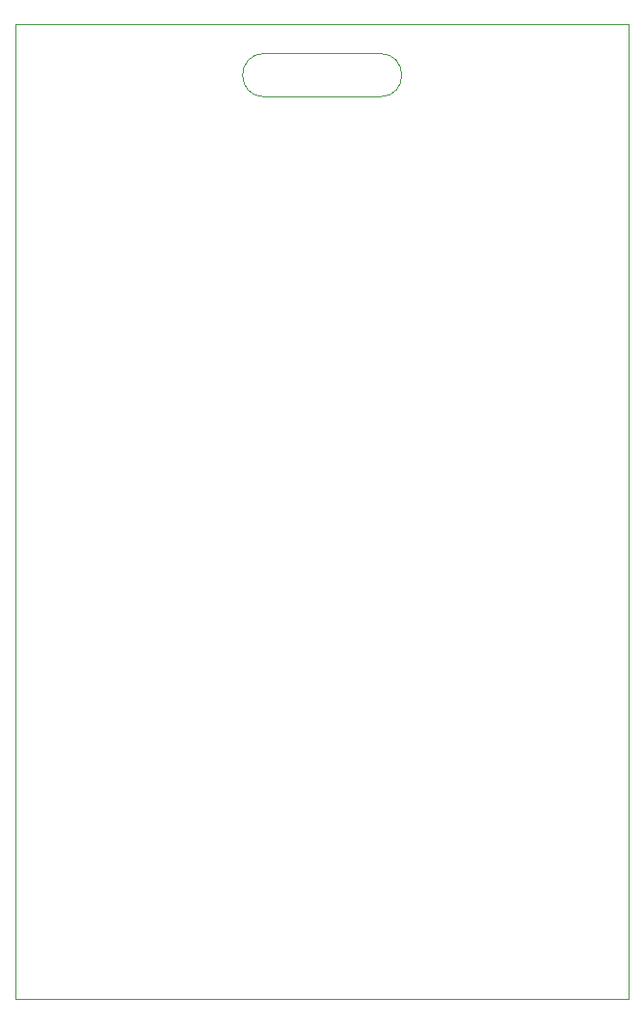
<source format=gm1>
G04 #@! TF.GenerationSoftware,KiCad,Pcbnew,5.1.1-8be2ce7~80~ubuntu18.04.1*
G04 #@! TF.CreationDate,2019-04-17T04:14:47-07:00*
G04 #@! TF.ProjectId,555_timer,3535355f-7469-46d6-9572-2e6b69636164,v01*
G04 #@! TF.SameCoordinates,Original*
G04 #@! TF.FileFunction,Profile,NP*
%FSLAX46Y46*%
G04 Gerber Fmt 4.6, Leading zero omitted, Abs format (unit mm)*
G04 Created by KiCad (PCBNEW 5.1.1-8be2ce7~80~ubuntu18.04.1) date 2019-04-17 04:14:47*
%MOMM*%
%LPD*%
G04 APERTURE LIST*
%ADD10C,0.025400*%
%ADD11C,0.050000*%
G04 APERTURE END LIST*
D10*
X148844000Y-47752000D02*
G75*
G02X148844000Y-43942000I0J1905000D01*
G01*
X159004000Y-47752000D02*
G75*
G03X159004000Y-43942000I0J1905000D01*
G01*
X148844000Y-47752000D02*
X159004000Y-47752000D01*
X148844000Y-43942000D02*
X159004000Y-43942000D01*
X127000000Y-127000000D02*
X180848000Y-127000000D01*
D11*
X127000000Y-41402000D02*
X127000000Y-127000000D01*
X180848000Y-41402000D02*
X127000000Y-41402000D01*
X180848000Y-127000000D02*
X180848000Y-41402000D01*
M02*

</source>
